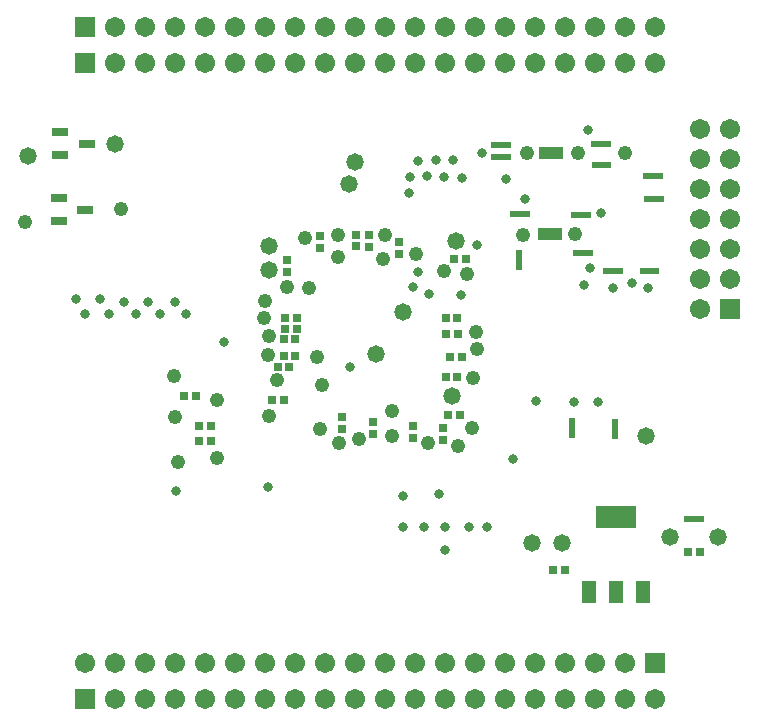
<source format=gbs>
G04*
G04 #@! TF.GenerationSoftware,Altium Limited,Altium Designer,19.1.7 (138)*
G04*
G04 Layer_Color=16711935*
%FSLAX25Y25*%
%MOIN*%
G70*
G01*
G75*
%ADD26R,0.03261X0.02375*%
%ADD27R,0.02375X0.03261*%
%ADD29R,0.02769X0.03162*%
%ADD35R,0.06706X0.06706*%
%ADD36C,0.06706*%
%ADD37R,0.06706X0.06706*%
%ADD38C,0.05800*%
%ADD39C,0.04800*%
%ADD40C,0.03200*%
%ADD68R,0.05328X0.03162*%
%ADD69R,0.03162X0.02769*%
%ADD70R,0.03950X0.01391*%
%ADD71R,0.13398X0.07690*%
%ADD72R,0.04540X0.07690*%
D26*
X223278Y177000D02*
D03*
X226522D02*
D03*
X236578Y70300D02*
D03*
X239822D02*
D03*
X226144Y184400D02*
D03*
X222900D02*
D03*
X178478Y171700D02*
D03*
X181722D02*
D03*
X208822Y195300D02*
D03*
X205578D02*
D03*
X208944Y188300D02*
D03*
X205700D02*
D03*
X172278Y190700D02*
D03*
X175522D02*
D03*
X172078Y194700D02*
D03*
X175322D02*
D03*
X202722Y158800D02*
D03*
X199478D02*
D03*
X202122Y171400D02*
D03*
X198878D02*
D03*
X221678Y152800D02*
D03*
X224922D02*
D03*
X212700D02*
D03*
X209456D02*
D03*
D27*
X179800Y158122D02*
D03*
Y154878D02*
D03*
X211700Y101922D02*
D03*
Y98678D02*
D03*
X197500Y102022D02*
D03*
Y98778D02*
D03*
D29*
X131100Y98631D02*
D03*
Y102569D02*
D03*
X125500Y161031D02*
D03*
Y164969D02*
D03*
X144600Y101169D02*
D03*
Y97232D02*
D03*
X154300Y100569D02*
D03*
Y96631D02*
D03*
X120700Y104237D02*
D03*
Y100300D02*
D03*
X113600Y160532D02*
D03*
Y164469D02*
D03*
X129800Y160832D02*
D03*
Y164769D02*
D03*
X139800Y158663D02*
D03*
Y162600D02*
D03*
X102500Y156469D02*
D03*
Y152531D02*
D03*
D35*
X250031Y140150D02*
D03*
D36*
X225200Y10300D02*
D03*
X215200D02*
D03*
X205200D02*
D03*
X195200D02*
D03*
X185200D02*
D03*
X175200D02*
D03*
X165200D02*
D03*
X155200D02*
D03*
X145200D02*
D03*
X135200D02*
D03*
X125200D02*
D03*
X115200D02*
D03*
X105200D02*
D03*
X95200D02*
D03*
X85200D02*
D03*
X75200D02*
D03*
X65200D02*
D03*
X55200D02*
D03*
X45200D02*
D03*
X240031Y140150D02*
D03*
X250031Y150150D02*
D03*
X240031D02*
D03*
X250031Y160150D02*
D03*
X240031D02*
D03*
X250031Y170150D02*
D03*
X240031D02*
D03*
X250031Y180150D02*
D03*
X240031D02*
D03*
X250031Y190150D02*
D03*
X240031D02*
D03*
X250031Y200150D02*
D03*
X240031D02*
D03*
X45200Y222300D02*
D03*
X55200D02*
D03*
X65200D02*
D03*
X75200D02*
D03*
X85200D02*
D03*
X95200D02*
D03*
X105200D02*
D03*
X115200D02*
D03*
X125200D02*
D03*
X135200D02*
D03*
X145200D02*
D03*
X155200D02*
D03*
X165200D02*
D03*
X175200D02*
D03*
X185200D02*
D03*
X195200D02*
D03*
X205200D02*
D03*
X215200D02*
D03*
X225200D02*
D03*
X45031Y234150D02*
D03*
X55031D02*
D03*
X65031D02*
D03*
X75031D02*
D03*
X85031D02*
D03*
X95031D02*
D03*
X105031D02*
D03*
X115031D02*
D03*
X125031D02*
D03*
X135031D02*
D03*
X145031D02*
D03*
X155031D02*
D03*
X165031D02*
D03*
X175031D02*
D03*
X185031D02*
D03*
X195031D02*
D03*
X205031D02*
D03*
X215031D02*
D03*
X225031D02*
D03*
X215200Y22300D02*
D03*
X205200D02*
D03*
X195200D02*
D03*
X185200D02*
D03*
X175200D02*
D03*
X165200D02*
D03*
X155200D02*
D03*
X145200D02*
D03*
X135200D02*
D03*
X125200D02*
D03*
X115200D02*
D03*
X105200D02*
D03*
X95200D02*
D03*
X85200D02*
D03*
X75200D02*
D03*
X65200D02*
D03*
X55200D02*
D03*
X45200D02*
D03*
X35200D02*
D03*
D37*
Y10300D02*
D03*
Y222300D02*
D03*
X35031Y234150D02*
D03*
X225200Y22300D02*
D03*
D38*
X141250Y139050D02*
D03*
X158700Y163000D02*
D03*
X96521Y161224D02*
D03*
X96321Y153124D02*
D03*
X123021Y181824D02*
D03*
X125100Y189300D02*
D03*
X222100Y98000D02*
D03*
X132100Y125200D02*
D03*
X157300Y111300D02*
D03*
X184200Y62300D02*
D03*
X194200D02*
D03*
X16200Y191300D02*
D03*
X45200Y195300D02*
D03*
X230200Y64300D02*
D03*
X246200D02*
D03*
D39*
X99100Y116400D02*
D03*
X96498Y131100D02*
D03*
X149500Y95666D02*
D03*
X95981Y124850D02*
D03*
X112500Y124100D02*
D03*
X165421Y132624D02*
D03*
X159321Y94524D02*
D03*
X181100Y165000D02*
D03*
X114100Y114800D02*
D03*
X165645Y126748D02*
D03*
X126321Y96900D02*
D03*
X162300Y151900D02*
D03*
X79264Y90373D02*
D03*
X94700Y137100D02*
D03*
X95200Y143000D02*
D03*
X109800Y147200D02*
D03*
X108500Y163700D02*
D03*
X119721Y95524D02*
D03*
X145421Y158624D02*
D03*
X135043Y164949D02*
D03*
X164321Y117124D02*
D03*
X79221Y109824D02*
D03*
X164121Y100624D02*
D03*
X96521Y104424D02*
D03*
X119543Y164849D02*
D03*
X134600Y156900D02*
D03*
X119500Y157400D02*
D03*
X64900Y117800D02*
D03*
X102450Y147650D02*
D03*
X113600Y100100D02*
D03*
X137600Y97800D02*
D03*
X154900Y152900D02*
D03*
X137600Y106100D02*
D03*
X198600Y165100D02*
D03*
X182417Y192217D02*
D03*
X199450Y192150D02*
D03*
X215200Y192300D02*
D03*
X65200Y104300D02*
D03*
X66200Y89300D02*
D03*
X15200Y169300D02*
D03*
X47135Y173365D02*
D03*
D40*
X185500Y109400D02*
D03*
X123300Y120800D02*
D03*
X144500Y147400D02*
D03*
X181621Y176724D02*
D03*
X154664Y184073D02*
D03*
X165821Y161424D02*
D03*
X160421Y144924D02*
D03*
X155264Y59873D02*
D03*
X40264Y143373D02*
D03*
X96164Y80773D02*
D03*
X32264Y143373D02*
D03*
X48264Y142373D02*
D03*
X141264Y67373D02*
D03*
X65264Y142373D02*
D03*
X157764Y189973D02*
D03*
X160664Y183773D02*
D03*
X35264Y138373D02*
D03*
X202743Y199908D02*
D03*
X149818Y145274D02*
D03*
X177621Y90324D02*
D03*
X146043Y152449D02*
D03*
X141264Y77773D02*
D03*
X149064Y184573D02*
D03*
X146064Y189673D02*
D03*
X163264Y67373D02*
D03*
X60014Y138373D02*
D03*
X143064Y178873D02*
D03*
X143364Y184173D02*
D03*
X151964Y189873D02*
D03*
X169264Y67373D02*
D03*
X43264Y138373D02*
D03*
X155264Y67373D02*
D03*
X52264Y138373D02*
D03*
X56264Y142373D02*
D03*
X175443Y183449D02*
D03*
X68764Y138373D02*
D03*
X153264Y78373D02*
D03*
X148264Y67373D02*
D03*
X167500Y192200D02*
D03*
X203400Y153900D02*
D03*
X207100Y172200D02*
D03*
X222700Y147100D02*
D03*
X81500Y129100D02*
D03*
X201400Y148100D02*
D03*
X65300Y79400D02*
D03*
X217600Y149000D02*
D03*
X211200Y147300D02*
D03*
X206200Y109300D02*
D03*
X198200D02*
D03*
D68*
X35629Y195300D02*
D03*
X26771Y199040D02*
D03*
Y191560D02*
D03*
X35200Y173300D02*
D03*
X26342Y177040D02*
D03*
Y169560D02*
D03*
D69*
X101732Y133600D02*
D03*
X105668D02*
D03*
X155332Y137100D02*
D03*
X159268D02*
D03*
X155431Y131800D02*
D03*
X159369D02*
D03*
X73263Y101300D02*
D03*
X77200D02*
D03*
X73232Y96300D02*
D03*
X77169D02*
D03*
X103269Y120800D02*
D03*
X99331D02*
D03*
X105269Y124500D02*
D03*
X101331D02*
D03*
X156832Y124100D02*
D03*
X160769D02*
D03*
X101469Y109700D02*
D03*
X97531D02*
D03*
X105269Y130100D02*
D03*
X101331D02*
D03*
X156132Y105000D02*
D03*
X160069D02*
D03*
X158031Y157000D02*
D03*
X161969D02*
D03*
X155332Y117500D02*
D03*
X159268D02*
D03*
X68231Y111300D02*
D03*
X72169D02*
D03*
X105871Y137166D02*
D03*
X101934D02*
D03*
X236168Y59300D02*
D03*
X240105D02*
D03*
X195169Y53300D02*
D03*
X191232D02*
D03*
D70*
X188163Y166478D02*
D03*
Y165100D02*
D03*
Y163722D02*
D03*
X192100D02*
D03*
Y165100D02*
D03*
Y166478D02*
D03*
X192369Y190922D02*
D03*
Y192300D02*
D03*
Y193678D02*
D03*
X188432D02*
D03*
Y192300D02*
D03*
Y190922D02*
D03*
D71*
X212200Y70702D02*
D03*
D72*
X203145Y45898D02*
D03*
X212200D02*
D03*
X221255D02*
D03*
M02*

</source>
